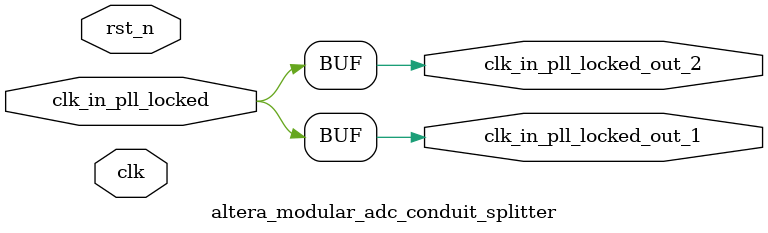
<source format=v>


`timescale 1ns / 1ps
// synthesis translate_on

module altera_modular_adc_conduit_splitter (
    input               clk,
    input               rst_n,
    input               clk_in_pll_locked,
    output              clk_in_pll_locked_out_1,
    output              clk_in_pll_locked_out_2
);


//-----------------------------------------------------------------------------//
// This core is specifically for splitter adc pll locked signal from export 
// to 2 ADC's pll lock input
//-----------------------------------------------------------------------------//
assign clk_in_pll_locked_out_1 = clk_in_pll_locked; 
assign clk_in_pll_locked_out_2 = clk_in_pll_locked; 

endmodule

</source>
